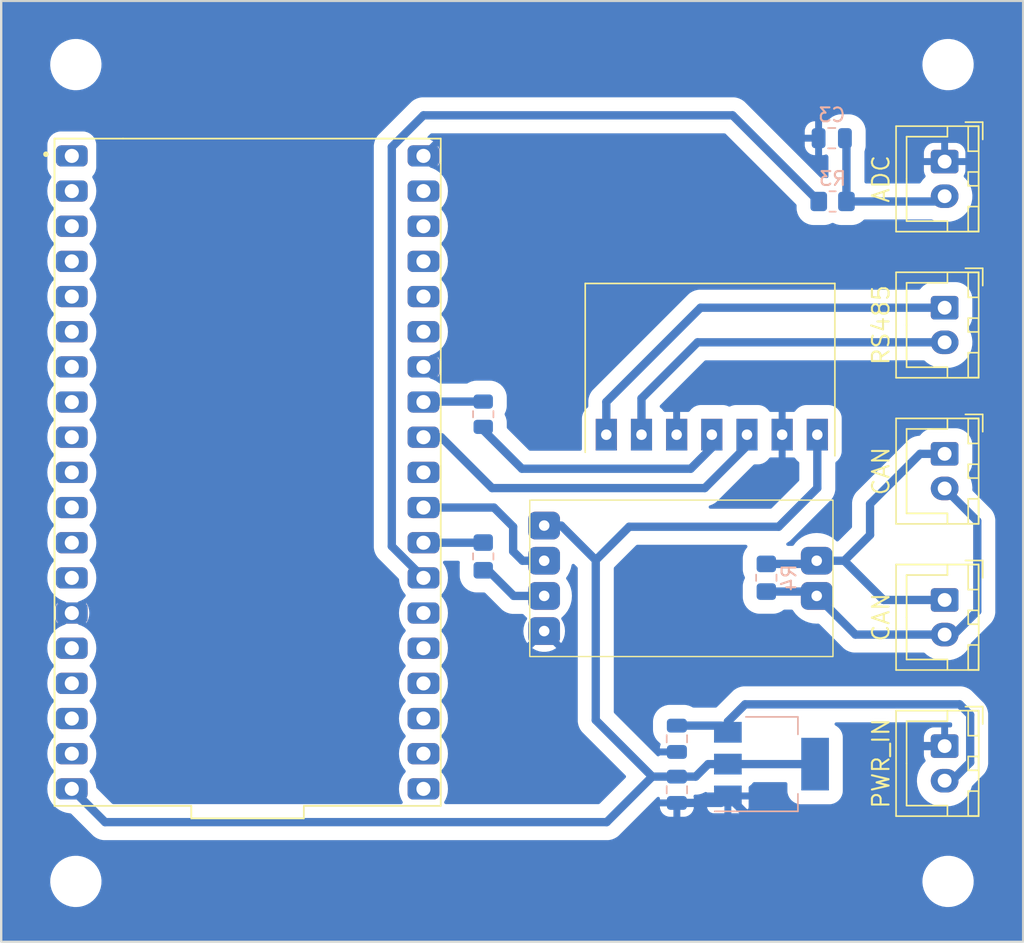
<source format=kicad_pcb>
(kicad_pcb (version 20221018) (generator pcbnew)
  (layers (0 "F.Cu" signal) (31 "B.Cu" signal) (34 "B.Paste" user) (35 "F.Paste" user) (36 "B.SilkS" user "B.Silkscreen") (37 "F.SilkS" user "F.Silkscreen") (38 "B.Mask" user) (39 "F.Mask" user) (44 "Edge.Cuts" user))
  (net 0 "")
  (net 1 "+5V")
  (net 2 "GND")
  (net 3 "+12V")
  (net 4 "Net-(J3-Pin_2)")
  (net 5 "/IN_B")
  (net 6 "/IN_A")
  (net 7 "/CAN_L")
  (net 8 "/CAN_H")
  (net 9 "/ESP_MODBUS_RX")
  (net 10 "Net-(CU1-RXD)")
  (net 11 "/ESP_CAN_RX")
  (net 12 "/ESP_CAN_TX")
  (net 24 "Net-(U3-RX)")
  (net 25 "/ESP_MOTOR_PWM")
  (net 29 "/ESP_MODBUS_TX")
  (footprint "MountingHole:MountingHole_3.2mm_M3" (layer "F.Cu") (at 77 105.5)
    (fp_text reference "H1" hide)
    (fp_text value "MountingHole")
    (pad "" np_thru_hole circle (at 0 0) (size 3.2 3.2) (drill 3.2) (layers "*.Cu" "*.Mask"))
  )
  (footprint "Connector_JST:JST_XH_B2B-XH-A_1x02_P2.50mm_Vertical" (layer "F.Cu") (at 139.7545 74.6165 -90)
    (fp_text reference "J5" hide)
    (fp_text value "CAN" (at 1.25 4.6 90) (layer "F.SilkS") (effects (font (size 1.2 1.2))))
    (fp_line (start -2.85 -2.75) (end -2.85 -1.5) (stroke (width 0.12)) (layer "F.SilkS"))
    (fp_line (start -2.56 -2.46) (end -2.56 3.51) (stroke (width 0.12)) (layer "F.SilkS"))
    (fp_line (start -2.56 3.51) (end 5.06 3.51) (stroke (width 0.12)) (layer "F.SilkS"))
    (fp_line (start -2.55 -2.45) (end -2.55 -1.7) (stroke (width 0.12)) (layer "F.SilkS"))
    (fp_line (start -2.55 -1.7) (end -0.75 -1.7) (stroke (width 0.12)) (layer "F.SilkS"))
    (fp_line (start -2.55 -0.2) (end -1.8 -0.2) (stroke (width 0.12)) (layer "F.SilkS"))
    (fp_line (start -1.8 -0.2) (end -1.8 2.75) (stroke (width 0.12)) (layer "F.SilkS"))
    (fp_line (start -1.8 2.75) (end 1.25 2.75) (stroke (width 0.12)) (layer "F.SilkS"))
    (fp_line (start -1.6 -2.75) (end -2.85 -2.75) (stroke (width 0.12)) (layer "F.SilkS"))
    (fp_line (start -0.75 -2.45) (end -2.55 -2.45) (stroke (width 0.12)) (layer "F.SilkS"))
    (fp_line (start -0.75 -1.7) (end -0.75 -2.45) (stroke (width 0.12)) (layer "F.SilkS"))
    (fp_line (start 0.75 -2.45) (end 0.75 -1.7) (stroke (width 0.12)) (layer "F.SilkS"))
    (fp_line (start 0.75 -1.7) (end 1.75 -1.7) (stroke (width 0.12)) (layer "F.SilkS"))
    (fp_line (start 1.75 -2.45) (end 0.75 -2.45) (stroke (width 0.12)) (layer "F.SilkS"))
    (fp_line (start 1.75 -1.7) (end 1.75 -2.45) (stroke (width 0.12)) (layer "F.SilkS"))
    (fp_line (start 3.25 -2.45) (end 3.25 -1.7) (stroke (width 0.12)) (layer "F.SilkS"))
    (fp_line (start 3.25 -1.7) (end 5.05 -1.7) (stroke (width 0.12)) (layer "F.SilkS"))
    (fp_line (start 4.3 -0.2) (end 4.3 2.75) (stroke (width 0.12)) (layer "F.SilkS"))
    (fp_line (start 4.3 2.75) (end 1.25 2.75) (stroke (width 0.12)) (layer "F.SilkS"))
    (fp_line (start 5.05 -2.45) (end 3.25 -2.45) (stroke (width 0.12)) (layer "F.SilkS"))
    (fp_line (start 5.05 -1.7) (end 5.05 -2.45) (stroke (width 0.12)) (layer "F.SilkS"))
    (fp_line (start 5.05 -0.2) (end 4.3 -0.2) (stroke (width 0.12)) (layer "F.SilkS"))
    (fp_line (start 5.06 -2.46) (end -2.56 -2.46) (stroke (width 0.12)) (layer "F.SilkS"))
    (fp_line (start 5.06 3.51) (end 5.06 -2.46) (stroke (width 0.12)) (layer "F.SilkS"))
    (pad "1" thru_hole roundrect (at 0 0 270) (size 1.7 2) (drill 1) (layers "*.Cu" "*.Mask") (roundrect_rratio 0.147059) (net 8 "/CAN_H"))
    (pad "2" thru_hole oval (at 2.5 0 270) (size 1.7 2) (drill 1) (layers "*.Cu" "*.Mask") (net 7 "/CAN_L"))
  )
  (footprint "Connector_JST:JST_XH_B2B-XH-A_1x02_P2.50mm_Vertical" (layer "F.Cu") (at 139.7545 53.507 -90)
    (fp_text reference "J3" hide)
    (fp_text value "ADC" (at 1.25 4.6 90) (layer "F.SilkS") (effects (font (size 1.2 1.2))))
    (fp_line (start -2.85 -2.75) (end -2.85 -1.5) (stroke (width 0.12)) (layer "F.SilkS"))
    (fp_line (start -2.56 -2.46) (end -2.56 3.51) (stroke (width 0.12)) (layer "F.SilkS"))
    (fp_line (start -2.56 3.51) (end 5.06 3.51) (stroke (width 0.12)) (layer "F.SilkS"))
    (fp_line (start -2.55 -2.45) (end -2.55 -1.7) (stroke (width 0.12)) (layer "F.SilkS"))
    (fp_line (start -2.55 -1.7) (end -0.75 -1.7) (stroke (width 0.12)) (layer "F.SilkS"))
    (fp_line (start -2.55 -0.2) (end -1.8 -0.2) (stroke (width 0.12)) (layer "F.SilkS"))
    (fp_line (start -1.8 -0.2) (end -1.8 2.75) (stroke (width 0.12)) (layer "F.SilkS"))
    (fp_line (start -1.8 2.75) (end 1.25 2.75) (stroke (width 0.12)) (layer "F.SilkS"))
    (fp_line (start -1.6 -2.75) (end -2.85 -2.75) (stroke (width 0.12)) (layer "F.SilkS"))
    (fp_line (start -0.75 -2.45) (end -2.55 -2.45) (stroke (width 0.12)) (layer "F.SilkS"))
    (fp_line (start -0.75 -1.7) (end -0.75 -2.45) (stroke (width 0.12)) (layer "F.SilkS"))
    (fp_line (start 0.75 -2.45) (end 0.75 -1.7) (stroke (width 0.12)) (layer "F.SilkS"))
    (fp_line (start 0.75 -1.7) (end 1.75 -1.7) (stroke (width 0.12)) (layer "F.SilkS"))
    (fp_line (start 1.75 -2.45) (end 0.75 -2.45) (stroke (width 0.12)) (layer "F.SilkS"))
    (fp_line (start 1.75 -1.7) (end 1.75 -2.45) (stroke (width 0.12)) (layer "F.SilkS"))
    (fp_line (start 3.25 -2.45) (end 3.25 -1.7) (stroke (width 0.12)) (layer "F.SilkS"))
    (fp_line (start 3.25 -1.7) (end 5.05 -1.7) (stroke (width 0.12)) (layer "F.SilkS"))
    (fp_line (start 4.3 -0.2) (end 4.3 2.75) (stroke (width 0.12)) (layer "F.SilkS"))
    (fp_line (start 4.3 2.75) (end 1.25 2.75) (stroke (width 0.12)) (layer "F.SilkS"))
    (fp_line (start 5.05 -2.45) (end 3.25 -2.45) (stroke (width 0.12)) (layer "F.SilkS"))
    (fp_line (start 5.05 -1.7) (end 5.05 -2.45) (stroke (width 0.12)) (layer "F.SilkS"))
    (fp_line (start 5.05 -0.2) (end 4.3 -0.2) (stroke (width 0.12)) (layer "F.SilkS"))
    (fp_line (start 5.06 -2.46) (end -2.56 -2.46) (stroke (width 0.12)) (layer "F.SilkS"))
    (fp_line (start 5.06 3.51) (end 5.06 -2.46) (stroke (width 0.12)) (layer "F.SilkS"))
    (pad "1" thru_hole roundrect (at 0 0 270) (size 1.7 2) (drill 1) (layers "*.Cu" "*.Mask") (roundrect_rratio 0.147059) (net 2 "GND"))
    (pad "2" thru_hole oval (at 2.5 0 270) (size 1.7 2) (drill 1) (layers "*.Cu" "*.Mask") (net 4 "Net-(J3-Pin_2)"))
  )
  (footprint "MountingHole:MountingHole_3.2mm_M3" (layer "F.Cu") (at 140 46.5)
    (fp_text reference "H3" hide)
    (fp_text value "MountingHole")
    (pad "" np_thru_hole circle (at 0 0) (size 3.2 3.2) (drill 3.2) (layers "*.Cu" "*.Mask"))
  )
  (footprint "--local:R411A01" (layer "F.Cu") (at 131.318 62.819 -90)
    (fp_text reference "CU1" hide)
    (fp_text value "R411A01" hide)
    (fp_line (start -0.508 -0.508) (end -0.508 17.526) (stroke (width 0.12)) (layer "F.SilkS"))
    (fp_line (start -0.508 17.526) (end 11.684 17.526) (stroke (width 0.12)) (layer "F.SilkS"))
    (fp_line (start 11.938 -0.508) (end -0.508 -0.508) (stroke (width 0.12)) (layer "F.SilkS"))
    (pad "1" thru_hole rect (at 10.414 0.762 270) (size 2.286 1.524) (drill 0.762) (layers "*.Cu" "*.Mask") (net 1 "+5V"))
    (pad "2" thru_hole rect (at 10.414 3.302 270) (size 2.286 1.524) (drill 0.762) (layers "*.Cu" "*.Mask") (net 2 "GND"))
    (pad "3" thru_hole rect (at 10.414 5.842 270) (size 2.286 1.524) (drill 0.762) (layers "*.Cu" "*.Mask") (net 29 "/ESP_MODBUS_TX"))
    (pad "4" thru_hole rect (at 10.414 8.382 270) (size 2.286 1.524) (drill 0.762) (layers "*.Cu" "*.Mask") (net 10 "Net-(CU1-RXD)"))
    (pad "5" thru_hole rect (at 10.414 10.922 270) (size 2.286 1.524) (drill 0.762) (layers "*.Cu" "*.Mask") (net 2 "GND"))
    (pad "6" thru_hole rect (at 10.414 13.462 270) (size 2.286 1.524) (drill 0.762) (layers "*.Cu" "*.Mask") (net 6 "/IN_A"))
    (pad "7" thru_hole rect (at 10.414 16.002 270) (size 2.286 1.524) (drill 0.762) (layers "*.Cu" "*.Mask") (net 5 "/IN_B"))
  )
  (footprint "Connector_JST:JST_XH_B2B-XH-A_1x02_P2.50mm_Vertical" (layer "F.Cu") (at 139.7545 64.06175 -90)
    (fp_text reference "J1" hide)
    (fp_text value "RS485" (at 1.25 4.6 90) (layer "F.SilkS") (effects (font (size 1.2 1.2))))
    (fp_line (start -2.85 -2.75) (end -2.85 -1.5) (stroke (width 0.12)) (layer "F.SilkS"))
    (fp_line (start -2.56 -2.46) (end -2.56 3.51) (stroke (width 0.12)) (layer "F.SilkS"))
    (fp_line (start -2.56 3.51) (end 5.06 3.51) (stroke (width 0.12)) (layer "F.SilkS"))
    (fp_line (start -2.55 -2.45) (end -2.55 -1.7) (stroke (width 0.12)) (layer "F.SilkS"))
    (fp_line (start -2.55 -1.7) (end -0.75 -1.7) (stroke (width 0.12)) (layer "F.SilkS"))
    (fp_line (start -2.55 -0.2) (end -1.8 -0.2) (stroke (width 0.12)) (layer "F.SilkS"))
    (fp_line (start -1.8 -0.2) (end -1.8 2.75) (stroke (width 0.12)) (layer "F.SilkS"))
    (fp_line (start -1.8 2.75) (end 1.25 2.75) (stroke (width 0.12)) (layer "F.SilkS"))
    (fp_line (start -1.6 -2.75) (end -2.85 -2.75) (stroke (width 0.12)) (layer "F.SilkS"))
    (fp_line (start -0.75 -2.45) (end -2.55 -2.45) (stroke (width 0.12)) (layer "F.SilkS"))
    (fp_line (start -0.75 -1.7) (end -0.75 -2.45) (stroke (width 0.12)) (layer "F.SilkS"))
    (fp_line (start 0.75 -2.45) (end 0.75 -1.7) (stroke (width 0.12)) (layer "F.SilkS"))
    (fp_line (start 0.75 -1.7) (end 1.75 -1.7) (stroke (width 0.12)) (layer "F.SilkS"))
    (fp_line (start 1.75 -2.45) (end 0.75 -2.45) (stroke (width 0.12)) (layer "F.SilkS"))
    (fp_line (start 1.75 -1.7) (end 1.75 -2.45) (stroke (width 0.12)) (layer "F.SilkS"))
    (fp_line (start 3.25 -2.45) (end 3.25 -1.7) (stroke (width 0.12)) (layer "F.SilkS"))
    (fp_line (start 3.25 -1.7) (end 5.05 -1.7) (stroke (width 0.12)) (layer "F.SilkS"))
    (fp_line (start 4.3 -0.2) (end 4.3 2.75) (stroke (width 0.12)) (layer "F.SilkS"))
    (fp_line (start 4.3 2.75) (end 1.25 2.75) (stroke (width 0.12)) (layer "F.SilkS"))
    (fp_line (start 5.05 -2.45) (end 3.25 -2.45) (stroke (width 0.12)) (layer "F.SilkS"))
    (fp_line (start 5.05 -1.7) (end 5.05 -2.45) (stroke (width 0.12)) (layer "F.SilkS"))
    (fp_line (start 5.05 -0.2) (end 4.3 -0.2) (stroke (width 0.12)) (layer "F.SilkS"))
    (fp_line (start 5.06 -2.46) (end -2.56 -2.46) (stroke (width 0.12)) (layer "F.SilkS"))
    (fp_line (start 5.06 3.51) (end 5.06 -2.46) (stroke (width 0.12)) (layer "F.SilkS"))
    (pad "1" thru_hole roundrect (at 0 0 270) (size 1.7 2) (drill 1) (layers "*.Cu" "*.Mask") (roundrect_rratio 0.147059) (net 5 "/IN_B"))
    (pad "2" thru_hole oval (at 2.5 0 270) (size 1.7 2) (drill 1) (layers "*.Cu" "*.Mask") (net 6 "/IN_A"))
  )
  (footprint "MountingHole:MountingHole_3.2mm_M3" (layer "F.Cu") (at 77 46.5)
    (fp_text reference "H2" hide)
    (fp_text value "MountingHole")
    (pad "" np_thru_hole circle (at 0 0) (size 3.2 3.2) (drill 3.2) (layers "*.Cu" "*.Mask"))
  )
  (footprint "Connector_JST:JST_XH_B2B-XH-A_1x02_P2.50mm_Vertical" (layer "F.Cu") (at 139.7545 85.17125 -90)
    (fp_text reference "J2" hide)
    (fp_text value "CAN" (at 1.25 4.6 90) (layer "F.SilkS") (effects (font (size 1.2 1.2))))
    (fp_line (start -2.85 -2.75) (end -2.85 -1.5) (stroke (width 0.12)) (layer "F.SilkS"))
    (fp_line (start -2.56 -2.46) (end -2.56 3.51) (stroke (width 0.12)) (layer "F.SilkS"))
    (fp_line (start -2.56 3.51) (end 5.06 3.51) (stroke (width 0.12)) (layer "F.SilkS"))
    (fp_line (start -2.55 -2.45) (end -2.55 -1.7) (stroke (width 0.12)) (layer "F.SilkS"))
    (fp_line (start -2.55 -1.7) (end -0.75 -1.7) (stroke (width 0.12)) (layer "F.SilkS"))
    (fp_line (start -2.55 -0.2) (end -1.8 -0.2) (stroke (width 0.12)) (layer "F.SilkS"))
    (fp_line (start -1.8 -0.2) (end -1.8 2.75) (stroke (width 0.12)) (layer "F.SilkS"))
    (fp_line (start -1.8 2.75) (end 1.25 2.75) (stroke (width 0.12)) (layer "F.SilkS"))
    (fp_line (start -1.6 -2.75) (end -2.85 -2.75) (stroke (width 0.12)) (layer "F.SilkS"))
    (fp_line (start -0.75 -2.45) (end -2.55 -2.45) (stroke (width 0.12)) (layer "F.SilkS"))
    (fp_line (start -0.75 -1.7) (end -0.75 -2.45) (stroke (width 0.12)) (layer "F.SilkS"))
    (fp_line (start 0.75 -2.45) (end 0.75 -1.7) (stroke (width 0.12)) (layer "F.SilkS"))
    (fp_line (start 0.75 -1.7) (end 1.75 -1.7) (stroke (width 0.12)) (layer "F.SilkS"))
    (fp_line (start 1.75 -2.45) (end 0.75 -2.45) (stroke (width 0.12)) (layer "F.SilkS"))
    (fp_line (start 1.75 -1.7) (end 1.75 -2.45) (stroke (width 0.12)) (layer "F.SilkS"))
    (fp_line (start 3.25 -2.45) (end 3.25 -1.7) (stroke (width 0.12)) (layer "F.SilkS"))
    (fp_line (start 3.25 -1.7) (end 5.05 -1.7) (stroke (width 0.12)) (layer "F.SilkS"))
    (fp_line (start 4.3 -0.2) (end 4.3 2.75) (stroke (width 0.12)) (layer "F.SilkS"))
    (fp_line (start 4.3 2.75) (end 1.25 2.75) (stroke (width 0.12)) (layer "F.SilkS"))
    (fp_line (start 5.05 -2.45) (end 3.25 -2.45) (stroke (width 0.12)) (layer "F.SilkS"))
    (fp_line (start 5.05 -1.7) (end 5.05 -2.45) (stroke (width 0.12)) (layer "F.SilkS"))
    (fp_line (start 5.05 -0.2) (end 4.3 -0.2) (stroke (width 0.12)) (layer "F.SilkS"))
    (fp_line (start 5.06 -2.46) (end -2.56 -2.46) (stroke (width 0.12)) (layer "F.SilkS"))
    (fp_line (start 5.06 3.51) (end 5.06 -2.46) (stroke (width 0.12)) (layer "F.SilkS"))
    (pad "1" thru_hole roundrect (at 0 0 270) (size 1.7 2) (drill 1) (layers "*.Cu" "*.Mask") (roundrect_rratio 0.147059) (net 8 "/CAN_H"))
    (pad "2" thru_hole oval (at 2.5 0 270) (size 1.7 2) (drill 1) (layers "*.Cu" "*.Mask") (net 7 "/CAN_L"))
  )
  (footprint "Connector_JST:JST_XH_B2B-XH-A_1x02_P2.50mm_Vertical" (layer "F.Cu") (at 139.7545 95.726 -90)
    (fp_text reference "J4" hide)
    (fp_text value "PWR_IN" (at 1.25 4.6 90) (layer "F.SilkS") (effects (font (size 1.2 1.2))))
    (fp_line (start -2.85 -2.75) (end -2.85 -1.5) (stroke (width 0.12)) (layer "F.SilkS"))
    (fp_line (start -2.56 -2.46) (end -2.56 3.51) (stroke (width 0.12)) (layer "F.SilkS"))
    (fp_line (start -2.56 3.51) (end 5.06 3.51) (stroke (width 0.12)) (layer "F.SilkS"))
    (fp_line (start -2.55 -2.45) (end -2.55 -1.7) (stroke (width 0.12)) (layer "F.SilkS"))
    (fp_line (start -2.55 -1.7) (end -0.75 -1.7) (stroke (width 0.12)) (layer "F.SilkS"))
    (fp_line (start -2.55 -0.2) (end -1.8 -0.2) (stroke (width 0.12)) (layer "F.SilkS"))
    (fp_line (start -1.8 -0.2) (end -1.8 2.75) (stroke (width 0.12)) (layer "F.SilkS"))
    (fp_line (start -1.8 2.75) (end 1.25 2.75) (stroke (width 0.12)) (layer "F.SilkS"))
    (fp_line (start -1.6 -2.75) (end -2.85 -2.75) (stroke (width 0.12)) (layer "F.SilkS"))
    (fp_line (start -0.75 -2.45) (end -2.55 -2.45) (stroke (width 0.12)) (layer "F.SilkS"))
    (fp_line (start -0.75 -1.7) (end -0.75 -2.45) (stroke (width 0.12)) (layer "F.SilkS"))
    (fp_line (start 0.75 -2.45) (end 0.75 -1.7) (stroke (width 0.12)) (layer "F.SilkS"))
    (fp_line (start 0.75 -1.7) (end 1.75 -1.7) (stroke (width 0.12)) (layer "F.SilkS"))
    (fp_line (start 1.75 -2.45) (end 0.75 -2.45) (stroke (width 0.12)) (layer "F.SilkS"))
    (fp_line (start 1.75 -1.7) (end 1.75 -2.45) (stroke (width 0.12)) (layer "F.SilkS"))
    (fp_line (start 3.25 -2.45) (end 3.25 -1.7) (stroke (width 0.12)) (layer "F.SilkS"))
    (fp_line (start 3.25 -1.7) (end 5.05 -1.7) (stroke (width 0.12)) (layer "F.SilkS"))
    (fp_line (start 4.3 -0.2) (end 4.3 2.75) (stroke (width 0.12)) (layer "F.SilkS"))
    (fp_line (start 4.3 2.75) (end 1.25 2.75) (stroke (width 0.12)) (layer "F.SilkS"))
    (fp_line (start 5.05 -2.45) (end 3.25 -2.45) (stroke (width 0.12)) (layer "F.SilkS"))
    (fp_line (start 5.05 -1.7) (end 5.05 -2.45) (stroke (width 0.12)) (layer "F.SilkS"))
    (fp_line (start 5.05 -0.2) (end 4.3 -0.2) (stroke (width 0.12)) (layer "F.SilkS"))
    (fp_line (start 5.06 -2.46) (end -2.56 -2.46) (stroke (width 0.12)) (layer "F.SilkS"))
    (fp_line (start 5.06 3.51) (end 5.06 -2.46) (stroke (width 0.12)) (layer "F.SilkS"))
    (pad "1" thru_hole roundrect (at 0 0 270) (size 1.7 2) (drill 1) (layers "*.Cu" "*.Mask") (roundrect_rratio 0.147059) (net 2 "GND"))
    (pad "2" thru_hole oval (at 2.5 0 270) (size 1.7 2) (drill 1) (layers "*.Cu" "*.Mask") (net 3 "+12V"))
  )
  (footprint "--local:MODULE_ESP32-DEVKITC-32U" (layer "F.Cu") (at 89.408 75.946)
    (fp_text reference "U4" hide)
    (fp_text value "ESP32-DEVKITC-32U" hide)
    (fp_line (start -13.95 -24.1) (end -13.95 24.1) (stroke (width 0.127)) (layer "F.SilkS"))
    (fp_line (start -13.95 24.1) (end -4.07 24.1) (stroke (width 0.127)) (layer "F.SilkS"))
    (fp_line (start -9 -24.1) (end -13.95 -24.1) (stroke (width 0.127)) (layer "F.SilkS"))
    (fp_line (start -9 -24.1) (end 9 -24.1) (stroke (width 0.127)) (layer "F.SilkS"))
    (fp_line (start -4.07 24.1) (end -4.07 25) (stroke (width 0.127)) (layer "F.SilkS"))
    (fp_line (start -4.07 25) (end 4.06 25) (stroke (width 0.127)) (layer "F.SilkS"))
    (fp_line (start 4.06 24.1) (end 13.95 24.1) (stroke (width 0.127)) (layer "F.SilkS"))
    (fp_line (start 4.06 25) (end 4.06 24.1) (stroke (width 0.127)) (layer "F.SilkS"))
    (fp_line (start 13.95 -24.1) (end 9 -24.1) (stroke (width 0.127)) (layer "F.SilkS"))
    (fp_line (start 13.95 24.1) (end 13.95 -24.1) (stroke (width 0.127)) (layer "F.SilkS"))
    (fp_circle (center -14.57 -22.97) (end -14.47 -22.97) (stroke (width 0.2)) (fill none) (layer "F.SilkS"))
    (pad "1" thru_hole roundrect (at -12.7 -22.85) (size 2.286 1.53) (drill 1.02) (layers "*.Cu" "*.Mask"))
    (pad "2" thru_hole roundrect (at -12.7 -20.31) (size 2.286 1.53) (drill 1.02) (layers "*.Cu" "*.Mask"))
    (pad "3" thru_hole roundrect (at -12.7 -17.77) (size 2.286 1.53) (drill 1.02) (layers "*.Cu" "*.Mask"))
    (pad "4" thru_hole roundrect (at -12.7 -15.23) (size 2.286 1.53) (drill 1.02) (layers "*.Cu" "*.Mask"))
    (pad "5" thru_hole roundrect (at -12.7 -12.69) (size 2.286 1.53) (drill 1.02) (layers "*.Cu" "*.Mask"))
    (pad "6" thru_hole roundrect (at -12.7 -10.15) (size 2.286 1.53) (drill 1.02) (layers "*.Cu" "*.Mask"))
    (pad "7" thru_hole roundrect (at -12.7 -7.61) (size 2.286 1.53) (drill 1.02) (layers "*.Cu" "*.Mask"))
    (pad "8" thru_hole roundrect (at -12.7 -5.07) (size 2.286 1.53) (drill 1.02) (layers "*.Cu" "*.Mask"))
    (pad "9" thru_hole roundrect (at -12.7 -2.53) (size 2.286 1.53) (drill 1.02) (layers "*.Cu" "*.Mask"))
    (pad "10" thru_hole roundrect (at -12.7 0.01) (size 2.286 1.53) (drill 1.02) (layers "*.Cu" "*.Mask"))
    (pad "11" thru_hole roundrect (at -12.7 2.55) (size 2.286 1.53) (drill 1.02) (layers "*.Cu" "*.Mask"))
    (pad "12" thru_hole roundrect (at -12.7 5.09) (size 2.286 1.53) (drill 1.02) (layers "*.Cu" "*.Mask"))
    (pad "13" thru_hole roundrect (at -12.7 7.63) (size 2.286 1.53) (drill 1.02) (layers "*.Cu" "*.Mask"))
    (pad "14" thru_hole roundrect (at -12.7 10.17) (size 2.286 1.53) (drill 1.02) (layers "*.Cu" "*.Mask") (net 2 "GND"))
    (pad "15" thru_hole roundrect (at -12.7 12.71) (size 2.286 1.53) (drill 1.02) (layers "*.Cu" "*.Mask"))
    (pad "16" thru_hole roundrect (at -12.7 15.25) (size 2.286 1.53) (drill 1.02) (layers "*.Cu" "*.Mask"))
    (pad "17" thru_hole roundrect (at -12.7 17.79) (size 2.286 1.53) (drill 1.02) (layers "*.Cu" "*.Mask"))
    (pad "18" thru_hole roundrect (at -12.7 20.33) (size 2.286 1.53) (drill 1.02) (layers "*.Cu" "*.Mask"))
    (pad "19" thru_hole roundrect (at -12.7 22.87) (size 2.286 1.53) (drill 1.02) (layers "*.Cu" "*.Mask") (net 1 "+5V"))
    (pad "20" thru_hole roundrect (at 12.7 22.87) (size 2.286 1.53) (drill 1.02) (layers "*.Cu" "*.Mask"))
    (pad "21" thru_hole roundrect (at 12.7 20.33) (size 2.286 1.53) (drill 1.02) (layers "*.Cu" "*.Mask"))
    (pad "22" thru_hole roundrect (at 12.7 17.79) (size 2.286 1.53) (drill 1.02) (layers "*.Cu" "*.Mask"))
    (pad "23" thru_hole roundrect (at 12.7 15.25) (size 2.286 1.53) (drill 1.02) (layers "*.Cu" "*.Mask"))
    (pad "24" thru_hole roundrect (at 12.7 12.71) (size 2.286 1.53) (drill 1.02) (layers "*.Cu" "*.Mask"))
    (pad "25" thru_hole roundrect (at 12.7 10.17) (size 2.286 1.53) (drill 1.02) (layers "*.Cu" "*.Mask"))
    (pad "26" thru_hole roundrect (at 12.7 7.63) (size 2.286 1.53) (drill 1.02) (layers "*.Cu" "*.Mask") (net 25 "/ESP_MOTOR_PWM"))
    (pad "27" thru_hole roundrect (at 12.7 5.09) (size 2.286 1.53) (drill 1.02) (layers "*.Cu" "*.Mask") (net 11 "/ESP_CAN_RX"))
    (pad "28" thru_hole roundrect (at 12.7 2.55) (size 2.286 1.53) (drill 1.02) (layers "*.Cu" "*.Mask") (net 12 "/ESP_CAN_TX"))
    (pad "29" thru_hole roundrect (at 12.7 0.01) (size 2.286 1.53) (drill 1.02) (layers "*.Cu" "*.Mask"))
    (pad "30" thru_hole roundrect (at 12.7 -2.53) (size 2.286 1.53) (drill 1.02) (layers "*.Cu" "*.Mask") (net 29 "/ESP_MODBUS_TX"))
    (pad "31" thru_hole roundrect (at 12.7 -5.07) (size 2.286 1.53) (drill 1.02) (layers "*.Cu" "*.Mask") (net 9 "/ESP_MODBUS_RX"))
    (pad "32" thru_hole roundrect (at 12.7 -7.61) (size 2.286 1.53) (drill 1.02) (layers "*.Cu" "*.Mask") (net 2 "GND"))
    (pad "33" thru_hole roundrect (at 12.7 -10.15) (size 2.286 1.53) (drill 1.02) (layers "*.Cu" "*.Mask"))
    (pad "34" thru_hole roundrect (at 12.7 -12.69) (size 2.286 1.53) (drill 1.02) (layers "*.Cu" "*.Mask"))
    (pad "35" thru_hole roundrect (at 12.7 -15.23) (size 2.286 1.53) (drill 1.02) (layers "*.Cu" "*.Mask"))
    (pad "36" thru_hole roundrect (at 12.7 -17.77) (size 2.286 1.53) (drill 1.02) (layers "*.Cu" "*.Mask"))
    (pad "37" thru_hole roundrect (at 12.7 -20.31) (size 2.286 1.53) (drill 1.02) (layers "*.Cu" "*.Mask"))
    (pad "38" thru_hole roundrect (at 12.7 -22.85) (size 2.286 1.53) (drill 1.02) (layers "*.Cu" "*.Mask") (net 2 "GND"))
  )
  (footprint "MountingHole:MountingHole_3.2mm_M3" (layer "F.Cu") (at 140 105.5)
    (fp_text reference "H4" hide)
    (fp_text value "MountingHole")
    (pad "" np_thru_hole circle (at 0 0) (size 3.2 3.2) (drill 3.2) (layers "*.Cu" "*.Mask"))
  )
  (footprint "--local:TJA1050" (layer "F.Cu") (at 108.288 89.958 90)
    (fp_text reference "U3" hide)
    (fp_text value "TJA1050")
    (fp_rect (start 0.7 1.5) (end 12 23.4) (stroke (width 0.1)) (fill none) (layer "F.SilkS"))
    (pad "1" thru_hole roundrect (at 10.16 2.54 90) (size 2 2.286) (drill 0.762) (layers "*.Cu" "*.Mask") (net 1 "+5V"))
    (pad "2" thru_hole roundrect (at 7.62 2.54 90) (size 2 2.286) (drill 0.762) (layers "*.Cu" "*.Mask") (net 12 "/ESP_CAN_TX"))
    (pad "3" thru_hole roundrect (at 5.08 2.54 90) (size 2 2.286) (drill 0.762) (layers "*.Cu" "*.Mask") (net 24 "Net-(U3-RX)"))
    (pad "4" thru_hole roundrect (at 2.54 2.54 90) (size 2 2.286) (drill 0.762) (layers "*.Cu" "*.Mask") (net 2 "GND"))
    (pad "5" thru_hole roundrect (at 5.08 22.225 90) (size 2 2.286) (drill 0.762) (layers "*.Cu" "*.Mask") (net 7 "/CAN_L"))
    (pad "6" thru_hole roundrect (at 7.62 22.225 90) (size 2 2.286) (drill 0.762) (layers "*.Cu" "*.Mask") (net 8 "/CAN_H"))
  )
  (footprint "Resistor_SMD:R_0805_2012Metric_Pad1.20x1.40mm_HandSolder" (layer "B.Cu") (at 106.426 82.026 90)
    (fp_text reference "R2" hide)
    (fp_text value "4k7")
    (fp_line (start -0.227064 -0.735) (end 0.227064 -0.735) (stroke (width 0.12)) (layer "B.SilkS"))
    (fp_line (start -0.227064 0.735) (end 0.227064 0.735) (stroke (width 0.12)) (layer "B.SilkS"))
    (pad "1" smd roundrect (at -1 0 90) (size 1.2 1.4) (layers "B.Cu" "B.Paste" "B.Mask") (roundrect_rratio 0.208333) (net 24 "Net-(U3-RX)"))
    (pad "2" smd roundrect (at 1 0 90) (size 1.2 1.4) (layers "B.Cu" "B.Paste" "B.Mask") (roundrect_rratio 0.208333) (net 11 "/ESP_CAN_RX"))
  )
  (footprint "Resistor_SMD:R_0805_2012Metric_Pad1.20x1.40mm_HandSolder" (layer "B.Cu") (at 126.873 83.566 90)
    (fp_text reference "R4" (at 0 1.65 90) (layer "B.SilkS") (effects (justify mirror)))
    (fp_text value "R120")
    (fp_line (start -0.227064 -0.735) (end 0.227064 -0.735) (stroke (width 0.12)) (layer "B.SilkS"))
    (fp_line (start -0.227064 0.735) (end 0.227064 0.735) (stroke (width 0.12)) (layer "B.SilkS"))
    (pad "1" smd roundrect (at -1 0 90) (size 1.2 1.4) (layers "B.Cu" "B.Paste" "B.Mask") (roundrect_rratio 0.208333) (net 7 "/CAN_L"))
    (pad "2" smd roundrect (at 1 0 90) (size 1.2 1.4) (layers "B.Cu" "B.Paste" "B.Mask") (roundrect_rratio 0.208333) (net 8 "/CAN_H"))
  )
  (footprint "Capacitor_SMD:C_0805_2012Metric" (layer "B.Cu") (at 131.5995 51.816 180)
    (fp_text reference "C3" (at 0 1.68) (layer "B.SilkS") (effects (justify mirror)))
    (fp_text value "100u")
    (fp_line (start -0.261252 -0.735) (end 0.261252 -0.735) (stroke (width 0.12)) (layer "B.SilkS"))
    (fp_line (start -0.261252 0.735) (end 0.261252 0.735) (stroke (width 0.12)) (layer "B.SilkS"))
    (pad "1" smd roundrect (at -0.95 0 180) (size 1 1.45) (layers "B.Cu" "B.Paste" "B.Mask") (net 4 "Net-(J3-Pin_2)"))
    (pad "2" smd roundrect (at 0.95 0 180) (size 1 1.45) (layers "B.Cu" "B.Paste" "B.Mask") (net 2 "GND"))
  )
  (footprint "Resistor_SMD:R_0805_2012Metric" (layer "B.Cu") (at 106.426 71.755 -90)
    (fp_text reference "R1" hide)
    (fp_text value "4k7")
    (fp_line (start -0.227064 -0.735) (end 0.227064 -0.735) (stroke (width 0.12)) (layer "B.SilkS"))
    (fp_line (start -0.227064 0.735) (end 0.227064 0.735) (stroke (width 0.12)) (layer "B.SilkS"))
    (pad "1" smd roundrect (at -0.9125 0 270) (size 1.025 1.4) (layers "B.Cu" "B.Paste" "B.Mask") (roundrect_rratio 0.243902) (net 9 "/ESP_MODBUS_RX"))
    (pad "2" smd roundrect (at 0.9125 0 270) (size 1.025 1.4) (layers "B.Cu" "B.Paste" "B.Mask") (roundrect_rratio 0.243902) (net 10 "Net-(CU1-RXD)"))
  )
  (footprint "Resistor_SMD:R_0805_2012Metric_Pad1.20x1.40mm_HandSolder" (layer "B.Cu") (at 131.6605 56.388 180)
    (fp_text reference "R3" (at 0 1.65) (layer "B.SilkS") (effects (justify mirror)))
    (fp_text value "150")
    (fp_line (start -0.227064 -0.735) (end 0.227064 -0.735) (stroke (width 0.12)) (layer "B.SilkS"))
    (fp_line (start -0.227064 0.735) (end 0.227064 0.735) (stroke (width 0.12)) (layer "B.SilkS"))
    (pad "1" smd roundrect (at -1 0 180) (size 1.2 1.4) (layers "B.Cu" "B.Paste" "B.Mask") (roundrect_rratio 0.208333) (net 4 "Net-(J3-Pin_2)"))
    (pad "2" smd roundrect (at 1 0 180) (size 1.2 1.4) (layers "B.Cu" "B.Paste" "B.Mask") (roundrect_rratio 0.208333) (net 25 "/ESP_MOTOR_PWM"))
  )
  (footprint "Package_TO_SOT_SMD:SOT-223-3_TabPin2" (layer "B.Cu") (at 127.246 97.028)
    (fp_text reference "U2" hide)
    (fp_text value "AP1117-50")
    (fp_line (start -4.1 3.41) (end 1.91 3.41) (stroke (width 0.12)) (layer "B.SilkS"))
    (fp_line (start -1.85 -3.41) (end 1.91 -3.41) (stroke (width 0.12)) (layer "B.SilkS"))
    (fp_line (start 1.91 -3.41) (end 1.91 -2.15) (stroke (width 0.12)) (layer "B.SilkS"))
    (fp_line (start 1.91 3.41) (end 1.91 2.15) (stroke (width 0.12)) (layer "B.SilkS"))
    (pad "1" smd rect (at -3.15 2.3) (size 2 1.5) (layers "B.Cu" "B.Paste" "B.Mask") (net 2 "GND"))
    (pad "2" smd rect (at -3.15 0) (size 2 1.5) (layers "B.Cu" "B.Paste" "B.Mask") (net 1 "+5V"))
    (pad "2" smd rect (at 3.15 0) (size 2 3.8) (layers "B.Cu" "B.Paste" "B.Mask") (net 1 "+5V"))
    (pad "3" smd rect (at -3.15 -2.3) (size 2 1.5) (layers "B.Cu" "B.Paste" "B.Mask") (net 3 "+12V"))
  )
  (footprint "Capacitor_SMD:C_0805_2012Metric" (layer "B.Cu") (at 120.413 98.881 -90)
    (fp_text reference "C2" hide)
    (fp_text value "10u")
    (fp_line (start -0.261252 -0.735) (end 0.261252 -0.735) (stroke (width 0.12)) (layer "B.SilkS"))
    (fp_line (start -0.261252 0.735) (end 0.261252 0.735) (stroke (width 0.12)) (layer "B.SilkS"))
    (pad "1" smd roundrect (at -0.95 0 270) (size 1 1.45) (layers "B.Cu" "B.Paste" "B.Mask") (net 1 "+5V"))
    (pad "2" smd roundrect (at 0.95 0 270) (size 1 1.45) (layers "B.Cu" "B.Paste" "B.Mask") (net 2 "GND"))
  )
  (footprint "Capacitor_SMD:C_0805_2012Metric" (layer "B.Cu") (at 120.413 95.198 -90)
    (fp_text reference "C1" hide)
    (fp_text value "10u")
    (fp_line (start -0.261252 -0.735) (end 0.261252 -0.735) (stroke (width 0.12)) (layer "B.SilkS"))
    (fp_line (start -0.261252 0.735) (end 0.261252 0.735) (stroke (width 0.12)) (layer "B.SilkS"))
    (pad "1" smd roundrect (at -0.95 0 270) (size 1 1.45) (layers "B.Cu" "B.Paste" "B.Mask") (net 3 "+12V"))
    (pad "2" smd roundrect (at 0.95 0 270) (size 1 1.45) (layers "B.Cu" "B.Paste" "B.Mask") (net 2 "GND"))
  )
  (gr_rect (start 71.621 41.91) (end 145.415 109.855) (stroke (width 0.15)) (fill none) (layer "Edge.Cuts"))
  (segment (start 116.967 79.883) (end 127.762 79.883) (width 0.6) (layer "B.Cu") (net 1))
  (segment (start 114.554 82.296) (end 116.967 79.883) (width 0.6) (layer "B.Cu") (net 1))
  (segment (start 79.111 101.219) (end 76.708 98.816) (width 0.6) (layer "B.Cu") (net 1))
  (segment (start 127.762 79.883) (end 130.556 77.089) (width 0.6) (layer "B.Cu") (net 1))
  (segment (start 118.632 97.931) (end 114.554 93.853) (width 0.6) (layer "B.Cu") (net 1))
  (segment (start 115.344 101.219) (end 79.111 101.219) (width 0.6) (layer "B.Cu") (net 1))
  (segment (start 130.556 77.089) (end 130.556 73.233) (width 0.6) (layer "B.Cu") (net 1))
  (segment (start 114.554 93.853) (end 114.554 82.296) (width 0.6) (layer "B.Cu") (net 1))
  (segment (start 121.771 97.931) (end 122.674 97.028) (width 0.6) (layer "B.Cu") (net 1))
  (segment (start 120.413 97.931) (end 118.632 97.931) (width 0.6) (layer "B.Cu") (net 1))
  (segment (start 112.056 79.798) (end 110.828 79.798) (width 0.6) (layer "B.Cu") (net 1))
  (segment (start 120.413 97.931) (end 121.771 97.931) (width 0.6) (layer "B.Cu") (net 1))
  (segment (start 118.632 97.931) (end 115.344 101.219) (width 0.6) (layer "B.Cu") (net 1))
  (segment (start 114.554 82.296) (end 112.056 79.798) (width 0.6) (layer "B.Cu") (net 1))
  (segment (start 122.674 97.028) (end 124.096 97.028) (width 0.6) (layer "B.Cu") (net 1))
  (segment (start 130.396 97.028) (end 124.096 97.028) (width 0.6) (layer "B.Cu") (net 1))
  (segment (start 123.593 99.831) (end 124.096 99.328) (width 0.6) (layer "B.Cu") (net 2))
  (segment (start 120.413 99.831) (end 123.593 99.831) (width 0.6) (layer "B.Cu") (net 2))
  (segment (start 132.453 100.584) (end 125.352 100.584) (width 0.6) (layer "B.Cu") (net 2))
  (segment (start 137.311 95.726) (end 132.453 100.584) (width 0.6) (layer "B.Cu") (net 2))
  (segment (start 125.352 100.584) (end 124.096 99.328) (width 0.6) (layer "B.Cu") (net 2))
  (segment (start 139.59 95.726) (end 137.311 95.726) (width 0.6) (layer "B.Cu") (net 2))
  (segment (start 140.272 98.226) (end 141.597 96.901) (width 0.6) (layer "B.Cu") (net 3))
  (segment (start 141.597 93.472) (end 140.835 92.71) (width 0.6) (layer "B.Cu") (net 3))
  (segment (start 140.835 92.71) (end 125.341 92.71) (width 0.6) (layer "B.Cu") (net 3))
  (segment (start 141.597 96.901) (end 141.597 93.472) (width 0.6) (layer "B.Cu") (net 3))
  (segment (start 120.413 94.248) (end 123.616 94.248) (width 0.6) (layer "B.Cu") (net 3))
  (segment (start 139.59 98.226) (end 140.272 98.226) (width 0.6) (layer "B.Cu") (net 3))
  (segment (start 123.616 94.248) (end 124.096 94.728) (width 0.6) (layer "B.Cu") (net 3))
  (segment (start 124.096 93.955) (end 124.096 94.728) (width 0.6) (layer "B.Cu") (net 3))
  (segment (start 125.341 92.71) (end 124.096 93.955) (width 0.6) (layer "B.Cu") (net 3))
  (segment (start 132.6605 56.388) (end 132.6605 51.927) (width 0.6) (layer "B.Cu") (net 4))
  (segment (start 139.3735 56.388) (end 139.7545 56.007) (width 0.6) (layer "B.Cu") (net 4))
  (segment (start 132.6605 56.388) (end 139.3735 56.388) (width 0.6) (layer "B.Cu") (net 4))
  (segment (start 132.6605 51.927) (end 132.5495 51.816) (width 0.6) (layer "B.Cu") (net 4))
  (segment (start 115.316 70.866) (end 122.12025 64.06175) (width 0.6) (layer "B.Cu") (net 5))
  (segment (start 115.316 73.233) (end 115.316 70.866) (width 0.6) (layer "B.Cu") (net 5))
  (segment (start 122.12025 64.06175) (end 139.7545 64.06175) (width 0.6) (layer "B.Cu") (net 5))
  (segment (start 117.856 70.612) (end 121.90625 66.56175) (width 0.6) (layer "B.Cu") (net 6))
  (segment (start 117.856 73.233) (end 117.856 70.612) (width 0.6) (layer "B.Cu") (net 6))
  (segment (start 121.90625 66.56175) (end 139.7545 66.56175) (width 0.6) (layer "B.Cu") (net 6))
  (segment (start 130.201 84.566) (end 130.513 84.878) (width 0.6) (layer "B.Cu") (net 7))
  (segment (start 126.873 84.566) (end 130.201 84.566) (width 0.6) (layer "B.Cu") (net 7))
  (segment (start 142.113 85.979) (end 142.113 79.475) (width 0.6) (layer "B.Cu") (net 7))
  (segment (start 130.513 84.878) (end 133.30625 87.67125) (width 0.6) (layer "B.Cu") (net 7))
  (segment (start 133.30625 87.67125) (end 139.573 87.67125) (width 0.6) (layer "B.Cu") (net 7))
  (segment (start 142.113 79.475) (end 139.7545 77.1165) (width 0.6) (layer "B.Cu") (net 7))
  (segment (start 139.7545 87.67125) (end 140.42075 87.67125) (width 0.6) (layer "B.Cu") (net 7))
  (segment (start 140.42075 87.67125) (end 142.113 85.979) (width 0.6) (layer "B.Cu") (net 7))
  (segment (start 134.366 80.475) (end 134.366 78.232) (width 0.6) (layer "B.Cu") (net 8))
  (segment (start 132.503 82.338) (end 135.33625 85.17125) (width 0.6) (layer "B.Cu") (net 8))
  (segment (start 130.285 82.566) (end 130.513 82.338) (width 0.6) (layer "B.Cu") (net 8))
  (segment (start 139.421 84.878) (end 139.75 85.207) (width 0.6) (layer "B.Cu") (net 8))
  (segment (start 134.366 78.232) (end 137.9815 74.6165) (width 0.6) (layer "B.Cu") (net 8))
  (segment (start 135.33625 85.17125) (end 139.573 85.17125) (width 0.6) (layer "B.Cu") (net 8))
  (segment (start 132.503 82.338) (end 134.366 80.475) (width 0.6) (layer "B.Cu") (net 8))
  (segment (start 130.513 82.338) (end 132.503 82.338) (width 0.6) (layer "B.Cu") (net 8))
  (segment (start 137.9815 74.6165) (end 139.7545 74.6165) (width 0.6) (layer "B.Cu") (net 8))
  (segment (start 126.873 82.566) (end 130.285 82.566) (width 0.6) (layer "B.Cu") (net 8))
  (segment (start 106.426 70.8425) (end 102.1415 70.8425) (width 0.6) (layer "B.Cu") (net 9))
  (segment (start 102.1415 70.8425) (end 102.108 70.876) (width 0.6) (layer "B.Cu") (net 9))
  (segment (start 106.426 72.898) (end 109.22 75.692) (width 0.6) (layer "B.Cu") (net 10))
  (segment (start 109.22 75.692) (end 121.412 75.692) (width 0.6) (layer "B.Cu") (net 10))
  (segment (start 106.426 72.6675) (end 106.426 72.898) (width 0.6) (layer "B.Cu") (net 10))
  (segment (start 121.412 75.692) (end 122.936 74.168) (width 0.6) (layer "B.Cu") (net 10))
  (segment (start 122.936 74.168) (end 122.936 73.233) (width 0.6) (layer "B.Cu") (net 10))
  (segment (start 106.416 81.036) (end 106.426 81.026) (width 0.6) (layer "B.Cu") (net 11))
  (segment (start 102.108 81.036) (end 106.416 81.036) (width 0.6) (layer "B.Cu") (net 11))
  (segment (start 109.262 82.338) (end 110.828 82.338) (width 0.6) (layer "B.Cu") (net 12))
  (segment (start 102.108 78.496) (end 107.198 78.496) (width 0.6) (layer "B.Cu") (net 12))
  (segment (start 107.198 78.496) (end 108.585 79.883) (width 0.6) (layer "B.Cu") (net 12))
  (segment (start 108.585 81.661) (end 109.262 82.338) (width 0.6) (layer "B.Cu") (net 12))
  (segment (start 108.585 79.883) (end 108.585 81.661) (width 0.6) (layer "B.Cu") (net 12))
  (segment (start 108.627 84.878) (end 110.828 84.878) (width 0.6) (layer "B.Cu") (net 24))
  (segment (start 106.426 83.026) (end 106.775 83.026) (width 0.6) (layer "B.Cu") (net 24))
  (segment (start 106.775 83.026) (end 108.627 84.878) (width 0.6) (layer "B.Cu") (net 24))
  (segment (start 99.822 81.29) (end 99.822 52.451) (width 0.6) (layer "B.Cu") (net 25))
  (segment (start 124.4375 50.165) (end 130.6605 56.388) (width 0.6) (layer "B.Cu") (net 25))
  (segment (start 102.108 83.576) (end 99.822 81.29) (width 0.6) (layer "B.Cu") (net 25))
  (segment (start 99.822 52.451) (end 102.108 50.165) (width 0.6) (layer "B.Cu") (net 25))
  (segment (start 102.108 50.165) (end 124.4375 50.165) (width 0.6) (layer "B.Cu") (net 25))
  (segment (start 122.428 77.089) (end 125.476 74.041) (width 0.6) (layer "B.Cu") (net 29))
  (segment (start 107.061 77.089) (end 122.428 77.089) (width 0.6) (layer "B.Cu") (net 29))
  (segment (start 125.476 74.041) (end 125.476 73.233) (width 0.6) (layer "B.Cu") (net 29))
  (segment (start 103.388 73.416) (end 107.061 77.089) (width 0.6) (layer "B.Cu") (net 29))
  (segment (start 102.108 73.416) (end 103.388 73.416) (width 0.6) (layer "B.Cu") (net 29))
  (zone (net 2) (net_name "GND") (layer "B.Cu") (name "GND") (connect_pads (clearance 1)) (min_thickness 0.25) (fill yes (thermal_gap 0.5) (thermal_bridge_width 0.5))
    (polygon (pts (xy 71.6 41.9) (xy 71.521 109.855) (xy 145.415 109.855) (xy 145.415 41.91)))
  )
)
</source>
